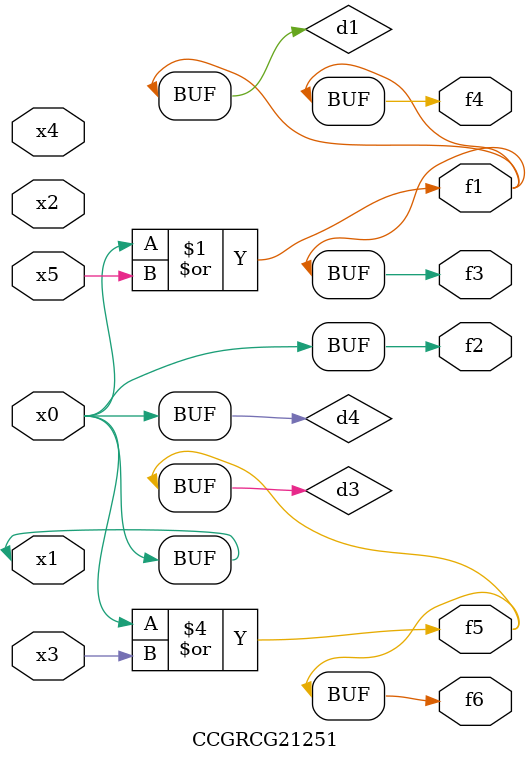
<source format=v>
module CCGRCG21251(
	input x0, x1, x2, x3, x4, x5,
	output f1, f2, f3, f4, f5, f6
);

	wire d1, d2, d3, d4;

	or (d1, x0, x5);
	xnor (d2, x1, x4);
	or (d3, x0, x3);
	buf (d4, x0, x1);
	assign f1 = d1;
	assign f2 = d4;
	assign f3 = d1;
	assign f4 = d1;
	assign f5 = d3;
	assign f6 = d3;
endmodule

</source>
